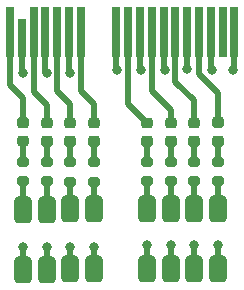
<source format=gbr>
%TF.GenerationSoftware,KiCad,Pcbnew,6.99.0-unknown-e9f8454a67~154~ubuntu22.04.1*%
%TF.CreationDate,2022-11-04T13:42:13+03:00*%
%TF.ProjectId,siglent-la,7369676c-656e-4742-9d6c-612e6b696361,rev?*%
%TF.SameCoordinates,Original*%
%TF.FileFunction,Copper,L1,Top*%
%TF.FilePolarity,Positive*%
%FSLAX46Y46*%
G04 Gerber Fmt 4.6, Leading zero omitted, Abs format (unit mm)*
G04 Created by KiCad (PCBNEW 6.99.0-unknown-e9f8454a67~154~ubuntu22.04.1) date 2022-11-04 13:42:13*
%MOMM*%
%LPD*%
G01*
G04 APERTURE LIST*
G04 Aperture macros list*
%AMRoundRect*
0 Rectangle with rounded corners*
0 $1 Rounding radius*
0 $2 $3 $4 $5 $6 $7 $8 $9 X,Y pos of 4 corners*
0 Add a 4 corners polygon primitive as box body*
4,1,4,$2,$3,$4,$5,$6,$7,$8,$9,$2,$3,0*
0 Add four circle primitives for the rounded corners*
1,1,$1+$1,$2,$3*
1,1,$1+$1,$4,$5*
1,1,$1+$1,$6,$7*
1,1,$1+$1,$8,$9*
0 Add four rect primitives between the rounded corners*
20,1,$1+$1,$2,$3,$4,$5,0*
20,1,$1+$1,$4,$5,$6,$7,0*
20,1,$1+$1,$6,$7,$8,$9,0*
20,1,$1+$1,$8,$9,$2,$3,0*%
G04 Aperture macros list end*
%TA.AperFunction,SMDPad,CuDef*%
%ADD10RoundRect,0.381000X-0.381000X0.762000X-0.381000X-0.762000X0.381000X-0.762000X0.381000X0.762000X0*%
%TD*%
%TA.AperFunction,SMDPad,CuDef*%
%ADD11RoundRect,0.200000X0.275000X-0.200000X0.275000X0.200000X-0.275000X0.200000X-0.275000X-0.200000X0*%
%TD*%
%TA.AperFunction,ConnectorPad*%
%ADD12R,0.700000X4.300000*%
%TD*%
%TA.AperFunction,ConnectorPad*%
%ADD13R,0.700000X3.200000*%
%TD*%
%TA.AperFunction,SMDPad,CuDef*%
%ADD14RoundRect,0.225000X0.250000X-0.225000X0.250000X0.225000X-0.250000X0.225000X-0.250000X-0.225000X0*%
%TD*%
%TA.AperFunction,ViaPad*%
%ADD15C,0.800000*%
%TD*%
%TA.AperFunction,Conductor*%
%ADD16C,0.500000*%
%TD*%
G04 APERTURE END LIST*
D10*
%TO.P,U16,1,center*%
%TO.N,Net-(U16-center)*%
X119000000Y-82000000D03*
%TO.P,U16,2,jacket*%
%TO.N,GND*%
X119000000Y-87080000D03*
%TD*%
%TO.P,U15,1,center*%
%TO.N,Net-(U15-center)*%
X117000000Y-82000000D03*
%TO.P,U15,2,jacket*%
%TO.N,GND*%
X117000000Y-87080000D03*
%TD*%
%TO.P,U14,1,center*%
%TO.N,Net-(U14-center)*%
X115000000Y-82000000D03*
%TO.P,U14,2,jacket*%
%TO.N,GND*%
X115000000Y-87080000D03*
%TD*%
%TO.P,U13,1,center*%
%TO.N,Net-(U13-center)*%
X113000000Y-82000000D03*
%TO.P,U13,2,jacket*%
%TO.N,GND*%
X113000000Y-87080000D03*
%TD*%
%TO.P,U12,2,jacket*%
%TO.N,GND*%
X108500000Y-87080000D03*
%TO.P,U12,1,center*%
%TO.N,Net-(U12-center)*%
X108500000Y-82000000D03*
%TD*%
%TO.P,U11,2,jacket*%
%TO.N,GND*%
X106500000Y-87080000D03*
%TO.P,U11,1,center*%
%TO.N,Net-(U11-center)*%
X106500000Y-82000000D03*
%TD*%
%TO.P,U10,2,jacket*%
%TO.N,GND*%
X104500000Y-87120000D03*
%TO.P,U10,1,center*%
%TO.N,Net-(U10-center)*%
X104500000Y-82040000D03*
%TD*%
%TO.P,U9,2,jacket*%
%TO.N,GND*%
X102500000Y-87120000D03*
%TO.P,U9,1,center*%
%TO.N,Net-(U9-center)*%
X102500000Y-82040000D03*
%TD*%
D11*
%TO.P,R32,2*%
%TO.N,/input15/OUT*%
X119000000Y-74675000D03*
%TO.P,R32,1*%
%TO.N,Net-(C16-Pad1)*%
X119000000Y-76325000D03*
%TD*%
%TO.P,R31,1*%
%TO.N,Net-(U16-center)*%
X119000000Y-79650000D03*
%TO.P,R31,2*%
%TO.N,Net-(C16-Pad1)*%
X119000000Y-78000000D03*
%TD*%
%TO.P,R30,1*%
%TO.N,Net-(C15-Pad1)*%
X117000000Y-76325000D03*
%TO.P,R30,2*%
%TO.N,/input14/OUT*%
X117000000Y-74675000D03*
%TD*%
%TO.P,R29,1*%
%TO.N,Net-(U15-center)*%
X117000000Y-79650000D03*
%TO.P,R29,2*%
%TO.N,Net-(C15-Pad1)*%
X117000000Y-78000000D03*
%TD*%
%TO.P,R28,1*%
%TO.N,Net-(C14-Pad1)*%
X115000000Y-76325000D03*
%TO.P,R28,2*%
%TO.N,/input13/OUT*%
X115000000Y-74675000D03*
%TD*%
%TO.P,R27,1*%
%TO.N,Net-(U14-center)*%
X115000000Y-79650000D03*
%TO.P,R27,2*%
%TO.N,Net-(C14-Pad1)*%
X115000000Y-78000000D03*
%TD*%
%TO.P,R26,2*%
%TO.N,/input12/OUT*%
X113000000Y-74675000D03*
%TO.P,R26,1*%
%TO.N,Net-(C13-Pad1)*%
X113000000Y-76325000D03*
%TD*%
%TO.P,R25,1*%
%TO.N,Net-(U13-center)*%
X113000000Y-79650000D03*
%TO.P,R25,2*%
%TO.N,Net-(C13-Pad1)*%
X113000000Y-78000000D03*
%TD*%
%TO.P,R24,2*%
%TO.N,/input11/OUT*%
X108500000Y-74675000D03*
%TO.P,R24,1*%
%TO.N,Net-(C12-Pad1)*%
X108500000Y-76325000D03*
%TD*%
%TO.P,R23,2*%
%TO.N,Net-(C12-Pad1)*%
X108500000Y-78040000D03*
%TO.P,R23,1*%
%TO.N,Net-(U12-center)*%
X108500000Y-79690000D03*
%TD*%
%TO.P,R22,2*%
%TO.N,/input10/OUT*%
X106500000Y-74675000D03*
%TO.P,R22,1*%
%TO.N,Net-(C11-Pad1)*%
X106500000Y-76325000D03*
%TD*%
%TO.P,R21,2*%
%TO.N,Net-(C11-Pad1)*%
X106500000Y-78040000D03*
%TO.P,R21,1*%
%TO.N,Net-(U11-center)*%
X106500000Y-79690000D03*
%TD*%
%TO.P,R20,2*%
%TO.N,/input9/OUT*%
X104500000Y-74675000D03*
%TO.P,R20,1*%
%TO.N,Net-(C10-Pad1)*%
X104500000Y-76325000D03*
%TD*%
%TO.P,R19,2*%
%TO.N,Net-(C10-Pad1)*%
X104500000Y-78000000D03*
%TO.P,R19,1*%
%TO.N,Net-(U10-center)*%
X104500000Y-79650000D03*
%TD*%
%TO.P,R18,2*%
%TO.N,/input8/OUT*%
X102500000Y-74625000D03*
%TO.P,R18,1*%
%TO.N,Net-(C9-Pad1)*%
X102500000Y-76275000D03*
%TD*%
%TO.P,R17,2*%
%TO.N,Net-(C9-Pad1)*%
X102500000Y-78000000D03*
%TO.P,R17,1*%
%TO.N,Net-(U9-center)*%
X102500000Y-79650000D03*
%TD*%
D12*
%TO.P,J1,B18,GND*%
%TO.N,/input8/OUT*%
X101399999Y-66999999D03*
D13*
%TO.P,J1,B17,~{PRSNT2}*%
%TO.N,GND*%
X102399999Y-67549999D03*
D12*
%TO.P,J1,B16,GND*%
%TO.N,/input9/OUT*%
X103399999Y-66999999D03*
%TO.P,J1,B15,PETn0*%
%TO.N,GND*%
X104399999Y-66999999D03*
%TO.P,J1,B14,PETp0*%
%TO.N,/input10/OUT*%
X105399999Y-66999999D03*
%TO.P,J1,B13,GND*%
%TO.N,GND*%
X106399999Y-66999999D03*
%TO.P,J1,B12,RSVD*%
%TO.N,/input11/OUT*%
X107399999Y-66999999D03*
%TO.P,J1,B11,~{WAKE}*%
%TO.N,GND*%
X110399999Y-66999999D03*
%TO.P,J1,B10,3.3Vaux*%
%TO.N,/input12/OUT*%
X111399999Y-66999999D03*
%TO.P,J1,B9,JTAG1*%
%TO.N,GND*%
X112399999Y-66999999D03*
%TO.P,J1,B8,+3.3V*%
%TO.N,/input13/OUT*%
X113399999Y-66999999D03*
%TO.P,J1,B7,GND*%
%TO.N,GND*%
X114399999Y-66999999D03*
%TO.P,J1,B6,SMDAT*%
%TO.N,/input14/OUT*%
X115399999Y-66999999D03*
%TO.P,J1,B5,SMCLK*%
%TO.N,GND*%
X116399999Y-66999999D03*
%TO.P,J1,B4,GND*%
%TO.N,/input15/OUT*%
X117399999Y-66999999D03*
%TO.P,J1,B3,+12V*%
%TO.N,GND*%
X118399999Y-66999999D03*
%TO.P,J1,B2,+12V*%
%TO.N,unconnected-(J1-+12V)*%
X119399999Y-66999999D03*
%TO.P,J1,B1,+12V*%
%TO.N,GND*%
X120399999Y-66999999D03*
%TD*%
D14*
%TO.P,C16,2*%
%TO.N,/input15/OUT*%
X119000000Y-74650000D03*
%TO.P,C16,1*%
%TO.N,Net-(C16-Pad1)*%
X119000000Y-76200000D03*
%TD*%
%TO.P,C15,1*%
%TO.N,Net-(C15-Pad1)*%
X117000000Y-76275000D03*
%TO.P,C15,2*%
%TO.N,/input14/OUT*%
X117000000Y-74725000D03*
%TD*%
%TO.P,C14,2*%
%TO.N,/input13/OUT*%
X115000000Y-74675000D03*
%TO.P,C14,1*%
%TO.N,Net-(C14-Pad1)*%
X115000000Y-76225000D03*
%TD*%
%TO.P,C13,2*%
%TO.N,/input12/OUT*%
X113000000Y-74725000D03*
%TO.P,C13,1*%
%TO.N,Net-(C13-Pad1)*%
X113000000Y-76275000D03*
%TD*%
%TO.P,C12,2*%
%TO.N,/input11/OUT*%
X108500000Y-74725000D03*
%TO.P,C12,1*%
%TO.N,Net-(C12-Pad1)*%
X108500000Y-76275000D03*
%TD*%
%TO.P,C11,2*%
%TO.N,/input10/OUT*%
X106500000Y-74725000D03*
%TO.P,C11,1*%
%TO.N,Net-(C11-Pad1)*%
X106500000Y-76275000D03*
%TD*%
%TO.P,C10,2*%
%TO.N,/input9/OUT*%
X104500000Y-74725000D03*
%TO.P,C10,1*%
%TO.N,Net-(C10-Pad1)*%
X104500000Y-76275000D03*
%TD*%
%TO.P,C9,2*%
%TO.N,/input8/OUT*%
X102500000Y-74725000D03*
%TO.P,C9,1*%
%TO.N,Net-(C9-Pad1)*%
X102500000Y-76275000D03*
%TD*%
D15*
%TO.N,GND*%
X119000000Y-85000000D03*
X117000000Y-85000000D03*
X115000000Y-85000000D03*
X113000000Y-85000000D03*
X108500000Y-85250000D03*
X106500000Y-85250000D03*
X104500000Y-85250000D03*
X102500000Y-85250000D03*
X120250000Y-70250000D03*
X118500000Y-70250000D03*
X116400000Y-70150000D03*
X114500000Y-70250000D03*
X112500000Y-70250000D03*
X110500000Y-70250000D03*
X106500000Y-70500000D03*
X104500000Y-70500000D03*
X102500000Y-70500000D03*
%TD*%
D16*
%TO.N,/input15/OUT*%
X117400000Y-67000000D02*
X117400000Y-70600000D01*
X117400000Y-70600000D02*
X119000000Y-72200000D01*
X119000000Y-72200000D02*
X119000000Y-74650000D01*
%TO.N,/input14/OUT*%
X115400000Y-71200000D02*
X117000000Y-72800000D01*
X115400000Y-67000000D02*
X115400000Y-71200000D01*
X117000000Y-72800000D02*
X117000000Y-74675000D01*
%TO.N,/input13/OUT*%
X113400000Y-72000000D02*
X115000000Y-73600000D01*
X113400000Y-67000000D02*
X113400000Y-72000000D01*
X115000000Y-73600000D02*
X115000000Y-74675000D01*
%TO.N,/input12/OUT*%
X111400000Y-67000000D02*
X111400000Y-73075000D01*
X111400000Y-73075000D02*
X113000000Y-74675000D01*
%TO.N,GND*%
X119000000Y-87080000D02*
X119000000Y-85000000D01*
X117000000Y-87080000D02*
X117000000Y-85000000D01*
X115000000Y-87080000D02*
X115000000Y-85000000D01*
X113000000Y-87080000D02*
X113000000Y-85000000D01*
%TO.N,Net-(C16-Pad1)*%
X119000000Y-76200000D02*
X119000000Y-78000000D01*
%TO.N,Net-(C15-Pad1)*%
X117000000Y-76275000D02*
X117000000Y-78000000D01*
%TO.N,Net-(C14-Pad1)*%
X115000000Y-76225000D02*
X115000000Y-78000000D01*
%TO.N,Net-(C13-Pad1)*%
X113000000Y-76275000D02*
X113000000Y-78000000D01*
%TO.N,Net-(U16-center)*%
X119000000Y-79650000D02*
X119000000Y-82000000D01*
%TO.N,Net-(U15-center)*%
X117000000Y-79650000D02*
X117000000Y-82000000D01*
%TO.N,Net-(U14-center)*%
X115000000Y-79650000D02*
X115000000Y-82000000D01*
%TO.N,Net-(U13-center)*%
X113000000Y-79650000D02*
X113000000Y-82000000D01*
%TO.N,GND*%
X108500000Y-87080000D02*
X108500000Y-85250000D01*
X106500000Y-87080000D02*
X106500000Y-85250000D01*
X104500000Y-87120000D02*
X104500000Y-85250000D01*
X102500000Y-87120000D02*
X102500000Y-85250000D01*
X120250000Y-70250000D02*
X120400000Y-70100000D01*
X120400000Y-70100000D02*
X120400000Y-67000000D01*
X118400000Y-70150000D02*
X118500000Y-70250000D01*
X118400000Y-67000000D02*
X118400000Y-70150000D01*
X116400000Y-67000000D02*
X116400000Y-70150000D01*
X116500000Y-70250000D02*
X116400000Y-70150000D01*
X114400000Y-70150000D02*
X114500000Y-70250000D01*
X114400000Y-67000000D02*
X114400000Y-70150000D01*
X112400000Y-70150000D02*
X112500000Y-70250000D01*
X112400000Y-67000000D02*
X112400000Y-70150000D01*
X110400000Y-70150000D02*
X110500000Y-70250000D01*
X110400000Y-67000000D02*
X110400000Y-70150000D01*
X106400000Y-70400000D02*
X106500000Y-70500000D01*
X106400000Y-67000000D02*
X106400000Y-70400000D01*
X104400000Y-70400000D02*
X104500000Y-70500000D01*
X104400000Y-67000000D02*
X104400000Y-70400000D01*
X102400000Y-70400000D02*
X102500000Y-70500000D01*
X102400000Y-67550000D02*
X102400000Y-70400000D01*
%TO.N,Net-(U12-center)*%
X108500000Y-79690000D02*
X108500000Y-82000000D01*
%TO.N,Net-(C12-Pad1)*%
X108500000Y-76325000D02*
X108500000Y-78040000D01*
%TO.N,Net-(U11-center)*%
X106500000Y-79690000D02*
X106500000Y-82000000D01*
%TO.N,Net-(C11-Pad1)*%
X106500000Y-76275000D02*
X106500000Y-78040000D01*
%TO.N,Net-(U10-center)*%
X104500000Y-79650000D02*
X104500000Y-82040000D01*
%TO.N,Net-(C10-Pad1)*%
X104500000Y-76275000D02*
X104500000Y-78000000D01*
%TO.N,Net-(U9-center)*%
X102500000Y-79650000D02*
X102500000Y-82040000D01*
%TO.N,Net-(C9-Pad1)*%
X102500000Y-76275000D02*
X102500000Y-78000000D01*
%TO.N,/input11/OUT*%
X107400000Y-67000000D02*
X107400000Y-72020000D01*
X107400000Y-72020000D02*
X108500000Y-73120000D01*
X108500000Y-73120000D02*
X108500000Y-74675000D01*
%TO.N,/input10/OUT*%
X105400000Y-67000000D02*
X105400000Y-72000000D01*
X105400000Y-72000000D02*
X106500000Y-73100000D01*
X106500000Y-73100000D02*
X106500000Y-74725000D01*
%TO.N,/input9/OUT*%
X103400000Y-67000000D02*
X103400000Y-72120000D01*
X103400000Y-72120000D02*
X104500000Y-73220000D01*
X104500000Y-73220000D02*
X104500000Y-74675000D01*
%TO.N,/input8/OUT*%
X101400000Y-67000000D02*
X101400000Y-71490000D01*
X101400000Y-71490000D02*
X102500000Y-72590000D01*
X102500000Y-72590000D02*
X102500000Y-74625000D01*
%TD*%
M02*

</source>
